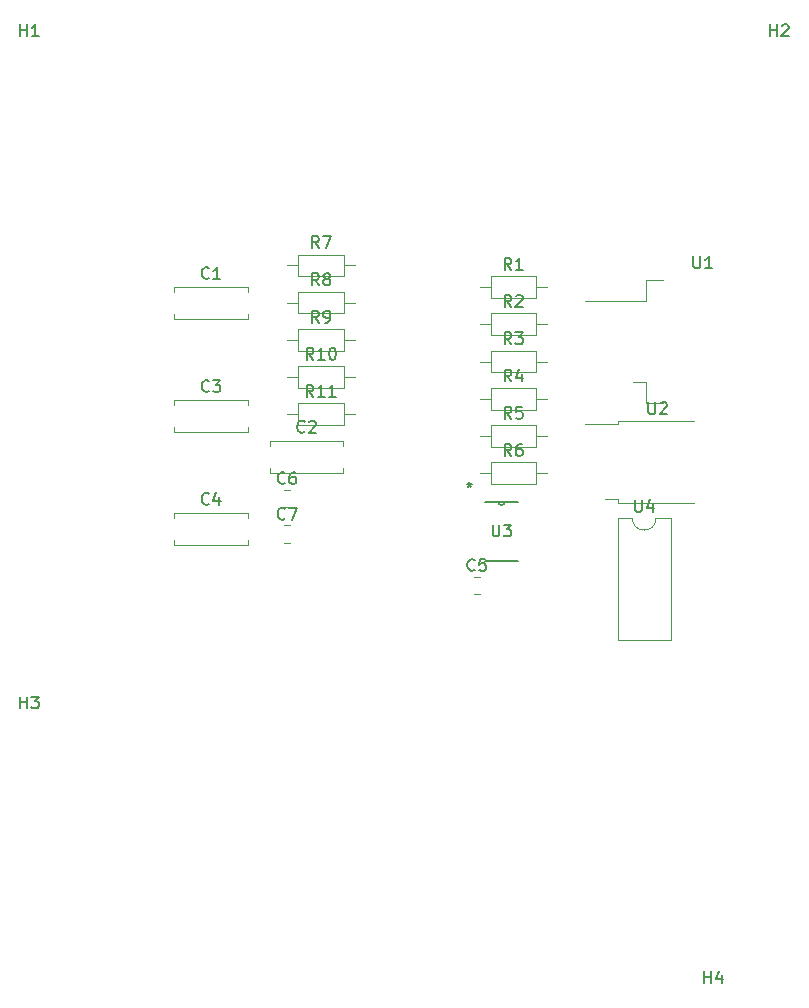
<source format=gbr>
%TF.GenerationSoftware,KiCad,Pcbnew,7.0.8*%
%TF.CreationDate,2023-11-23T11:48:21-03:00*%
%TF.ProjectId,design,64657369-676e-42e6-9b69-6361645f7063,rev?*%
%TF.SameCoordinates,Original*%
%TF.FileFunction,Legend,Top*%
%TF.FilePolarity,Positive*%
%FSLAX46Y46*%
G04 Gerber Fmt 4.6, Leading zero omitted, Abs format (unit mm)*
G04 Created by KiCad (PCBNEW 7.0.8) date 2023-11-23 11:48:21*
%MOMM*%
%LPD*%
G01*
G04 APERTURE LIST*
%ADD10C,0.150000*%
%ADD11C,0.152400*%
%ADD12C,0.120000*%
G04 APERTURE END LIST*
D10*
X148457695Y-98271919D02*
X148457695Y-99081442D01*
X148457695Y-99081442D02*
X148505314Y-99176680D01*
X148505314Y-99176680D02*
X148552933Y-99224300D01*
X148552933Y-99224300D02*
X148648171Y-99271919D01*
X148648171Y-99271919D02*
X148838647Y-99271919D01*
X148838647Y-99271919D02*
X148933885Y-99224300D01*
X148933885Y-99224300D02*
X148981504Y-99176680D01*
X148981504Y-99176680D02*
X149029123Y-99081442D01*
X149029123Y-99081442D02*
X149029123Y-98271919D01*
X149410076Y-98271919D02*
X150029123Y-98271919D01*
X150029123Y-98271919D02*
X149695790Y-98652871D01*
X149695790Y-98652871D02*
X149838647Y-98652871D01*
X149838647Y-98652871D02*
X149933885Y-98700490D01*
X149933885Y-98700490D02*
X149981504Y-98748109D01*
X149981504Y-98748109D02*
X150029123Y-98843347D01*
X150029123Y-98843347D02*
X150029123Y-99081442D01*
X150029123Y-99081442D02*
X149981504Y-99176680D01*
X149981504Y-99176680D02*
X149933885Y-99224300D01*
X149933885Y-99224300D02*
X149838647Y-99271919D01*
X149838647Y-99271919D02*
X149552933Y-99271919D01*
X149552933Y-99271919D02*
X149457695Y-99224300D01*
X149457695Y-99224300D02*
X149410076Y-99176680D01*
X146501800Y-94665119D02*
X146501800Y-94903214D01*
X146263705Y-94807976D02*
X146501800Y-94903214D01*
X146501800Y-94903214D02*
X146739895Y-94807976D01*
X146358943Y-95093690D02*
X146501800Y-94903214D01*
X146501800Y-94903214D02*
X146644657Y-95093690D01*
X146501800Y-94665119D02*
X146501800Y-94903214D01*
X146263705Y-94807976D02*
X146501800Y-94903214D01*
X146501800Y-94903214D02*
X146739895Y-94807976D01*
X146358943Y-95093690D02*
X146501800Y-94903214D01*
X146501800Y-94903214D02*
X146644657Y-95093690D01*
X124445833Y-96479580D02*
X124398214Y-96527200D01*
X124398214Y-96527200D02*
X124255357Y-96574819D01*
X124255357Y-96574819D02*
X124160119Y-96574819D01*
X124160119Y-96574819D02*
X124017262Y-96527200D01*
X124017262Y-96527200D02*
X123922024Y-96431961D01*
X123922024Y-96431961D02*
X123874405Y-96336723D01*
X123874405Y-96336723D02*
X123826786Y-96146247D01*
X123826786Y-96146247D02*
X123826786Y-96003390D01*
X123826786Y-96003390D02*
X123874405Y-95812914D01*
X123874405Y-95812914D02*
X123922024Y-95717676D01*
X123922024Y-95717676D02*
X124017262Y-95622438D01*
X124017262Y-95622438D02*
X124160119Y-95574819D01*
X124160119Y-95574819D02*
X124255357Y-95574819D01*
X124255357Y-95574819D02*
X124398214Y-95622438D01*
X124398214Y-95622438D02*
X124445833Y-95670057D01*
X125302976Y-95908152D02*
X125302976Y-96574819D01*
X125064881Y-95527200D02*
X124826786Y-96241485D01*
X124826786Y-96241485D02*
X125445833Y-96241485D01*
X124445833Y-86929580D02*
X124398214Y-86977200D01*
X124398214Y-86977200D02*
X124255357Y-87024819D01*
X124255357Y-87024819D02*
X124160119Y-87024819D01*
X124160119Y-87024819D02*
X124017262Y-86977200D01*
X124017262Y-86977200D02*
X123922024Y-86881961D01*
X123922024Y-86881961D02*
X123874405Y-86786723D01*
X123874405Y-86786723D02*
X123826786Y-86596247D01*
X123826786Y-86596247D02*
X123826786Y-86453390D01*
X123826786Y-86453390D02*
X123874405Y-86262914D01*
X123874405Y-86262914D02*
X123922024Y-86167676D01*
X123922024Y-86167676D02*
X124017262Y-86072438D01*
X124017262Y-86072438D02*
X124160119Y-86024819D01*
X124160119Y-86024819D02*
X124255357Y-86024819D01*
X124255357Y-86024819D02*
X124398214Y-86072438D01*
X124398214Y-86072438D02*
X124445833Y-86120057D01*
X124779167Y-86024819D02*
X125398214Y-86024819D01*
X125398214Y-86024819D02*
X125064881Y-86405771D01*
X125064881Y-86405771D02*
X125207738Y-86405771D01*
X125207738Y-86405771D02*
X125302976Y-86453390D01*
X125302976Y-86453390D02*
X125350595Y-86501009D01*
X125350595Y-86501009D02*
X125398214Y-86596247D01*
X125398214Y-86596247D02*
X125398214Y-86834342D01*
X125398214Y-86834342D02*
X125350595Y-86929580D01*
X125350595Y-86929580D02*
X125302976Y-86977200D01*
X125302976Y-86977200D02*
X125207738Y-87024819D01*
X125207738Y-87024819D02*
X124922024Y-87024819D01*
X124922024Y-87024819D02*
X124826786Y-86977200D01*
X124826786Y-86977200D02*
X124779167Y-86929580D01*
X124445833Y-77379580D02*
X124398214Y-77427200D01*
X124398214Y-77427200D02*
X124255357Y-77474819D01*
X124255357Y-77474819D02*
X124160119Y-77474819D01*
X124160119Y-77474819D02*
X124017262Y-77427200D01*
X124017262Y-77427200D02*
X123922024Y-77331961D01*
X123922024Y-77331961D02*
X123874405Y-77236723D01*
X123874405Y-77236723D02*
X123826786Y-77046247D01*
X123826786Y-77046247D02*
X123826786Y-76903390D01*
X123826786Y-76903390D02*
X123874405Y-76712914D01*
X123874405Y-76712914D02*
X123922024Y-76617676D01*
X123922024Y-76617676D02*
X124017262Y-76522438D01*
X124017262Y-76522438D02*
X124160119Y-76474819D01*
X124160119Y-76474819D02*
X124255357Y-76474819D01*
X124255357Y-76474819D02*
X124398214Y-76522438D01*
X124398214Y-76522438D02*
X124445833Y-76570057D01*
X125398214Y-77474819D02*
X124826786Y-77474819D01*
X125112500Y-77474819D02*
X125112500Y-76474819D01*
X125112500Y-76474819D02*
X125017262Y-76617676D01*
X125017262Y-76617676D02*
X124922024Y-76712914D01*
X124922024Y-76712914D02*
X124826786Y-76760533D01*
X133279642Y-87454819D02*
X132946309Y-86978628D01*
X132708214Y-87454819D02*
X132708214Y-86454819D01*
X132708214Y-86454819D02*
X133089166Y-86454819D01*
X133089166Y-86454819D02*
X133184404Y-86502438D01*
X133184404Y-86502438D02*
X133232023Y-86550057D01*
X133232023Y-86550057D02*
X133279642Y-86645295D01*
X133279642Y-86645295D02*
X133279642Y-86788152D01*
X133279642Y-86788152D02*
X133232023Y-86883390D01*
X133232023Y-86883390D02*
X133184404Y-86931009D01*
X133184404Y-86931009D02*
X133089166Y-86978628D01*
X133089166Y-86978628D02*
X132708214Y-86978628D01*
X134232023Y-87454819D02*
X133660595Y-87454819D01*
X133946309Y-87454819D02*
X133946309Y-86454819D01*
X133946309Y-86454819D02*
X133851071Y-86597676D01*
X133851071Y-86597676D02*
X133755833Y-86692914D01*
X133755833Y-86692914D02*
X133660595Y-86740533D01*
X135184404Y-87454819D02*
X134612976Y-87454819D01*
X134898690Y-87454819D02*
X134898690Y-86454819D01*
X134898690Y-86454819D02*
X134803452Y-86597676D01*
X134803452Y-86597676D02*
X134708214Y-86692914D01*
X134708214Y-86692914D02*
X134612976Y-86740533D01*
X133279642Y-84304819D02*
X132946309Y-83828628D01*
X132708214Y-84304819D02*
X132708214Y-83304819D01*
X132708214Y-83304819D02*
X133089166Y-83304819D01*
X133089166Y-83304819D02*
X133184404Y-83352438D01*
X133184404Y-83352438D02*
X133232023Y-83400057D01*
X133232023Y-83400057D02*
X133279642Y-83495295D01*
X133279642Y-83495295D02*
X133279642Y-83638152D01*
X133279642Y-83638152D02*
X133232023Y-83733390D01*
X133232023Y-83733390D02*
X133184404Y-83781009D01*
X133184404Y-83781009D02*
X133089166Y-83828628D01*
X133089166Y-83828628D02*
X132708214Y-83828628D01*
X134232023Y-84304819D02*
X133660595Y-84304819D01*
X133946309Y-84304819D02*
X133946309Y-83304819D01*
X133946309Y-83304819D02*
X133851071Y-83447676D01*
X133851071Y-83447676D02*
X133755833Y-83542914D01*
X133755833Y-83542914D02*
X133660595Y-83590533D01*
X134851071Y-83304819D02*
X134946309Y-83304819D01*
X134946309Y-83304819D02*
X135041547Y-83352438D01*
X135041547Y-83352438D02*
X135089166Y-83400057D01*
X135089166Y-83400057D02*
X135136785Y-83495295D01*
X135136785Y-83495295D02*
X135184404Y-83685771D01*
X135184404Y-83685771D02*
X135184404Y-83923866D01*
X135184404Y-83923866D02*
X135136785Y-84114342D01*
X135136785Y-84114342D02*
X135089166Y-84209580D01*
X135089166Y-84209580D02*
X135041547Y-84257200D01*
X135041547Y-84257200D02*
X134946309Y-84304819D01*
X134946309Y-84304819D02*
X134851071Y-84304819D01*
X134851071Y-84304819D02*
X134755833Y-84257200D01*
X134755833Y-84257200D02*
X134708214Y-84209580D01*
X134708214Y-84209580D02*
X134660595Y-84114342D01*
X134660595Y-84114342D02*
X134612976Y-83923866D01*
X134612976Y-83923866D02*
X134612976Y-83685771D01*
X134612976Y-83685771D02*
X134660595Y-83495295D01*
X134660595Y-83495295D02*
X134708214Y-83400057D01*
X134708214Y-83400057D02*
X134755833Y-83352438D01*
X134755833Y-83352438D02*
X134851071Y-83304819D01*
X133755833Y-81154819D02*
X133422500Y-80678628D01*
X133184405Y-81154819D02*
X133184405Y-80154819D01*
X133184405Y-80154819D02*
X133565357Y-80154819D01*
X133565357Y-80154819D02*
X133660595Y-80202438D01*
X133660595Y-80202438D02*
X133708214Y-80250057D01*
X133708214Y-80250057D02*
X133755833Y-80345295D01*
X133755833Y-80345295D02*
X133755833Y-80488152D01*
X133755833Y-80488152D02*
X133708214Y-80583390D01*
X133708214Y-80583390D02*
X133660595Y-80631009D01*
X133660595Y-80631009D02*
X133565357Y-80678628D01*
X133565357Y-80678628D02*
X133184405Y-80678628D01*
X134232024Y-81154819D02*
X134422500Y-81154819D01*
X134422500Y-81154819D02*
X134517738Y-81107200D01*
X134517738Y-81107200D02*
X134565357Y-81059580D01*
X134565357Y-81059580D02*
X134660595Y-80916723D01*
X134660595Y-80916723D02*
X134708214Y-80726247D01*
X134708214Y-80726247D02*
X134708214Y-80345295D01*
X134708214Y-80345295D02*
X134660595Y-80250057D01*
X134660595Y-80250057D02*
X134612976Y-80202438D01*
X134612976Y-80202438D02*
X134517738Y-80154819D01*
X134517738Y-80154819D02*
X134327262Y-80154819D01*
X134327262Y-80154819D02*
X134232024Y-80202438D01*
X134232024Y-80202438D02*
X134184405Y-80250057D01*
X134184405Y-80250057D02*
X134136786Y-80345295D01*
X134136786Y-80345295D02*
X134136786Y-80583390D01*
X134136786Y-80583390D02*
X134184405Y-80678628D01*
X134184405Y-80678628D02*
X134232024Y-80726247D01*
X134232024Y-80726247D02*
X134327262Y-80773866D01*
X134327262Y-80773866D02*
X134517738Y-80773866D01*
X134517738Y-80773866D02*
X134612976Y-80726247D01*
X134612976Y-80726247D02*
X134660595Y-80678628D01*
X134660595Y-80678628D02*
X134708214Y-80583390D01*
X133755833Y-78004819D02*
X133422500Y-77528628D01*
X133184405Y-78004819D02*
X133184405Y-77004819D01*
X133184405Y-77004819D02*
X133565357Y-77004819D01*
X133565357Y-77004819D02*
X133660595Y-77052438D01*
X133660595Y-77052438D02*
X133708214Y-77100057D01*
X133708214Y-77100057D02*
X133755833Y-77195295D01*
X133755833Y-77195295D02*
X133755833Y-77338152D01*
X133755833Y-77338152D02*
X133708214Y-77433390D01*
X133708214Y-77433390D02*
X133660595Y-77481009D01*
X133660595Y-77481009D02*
X133565357Y-77528628D01*
X133565357Y-77528628D02*
X133184405Y-77528628D01*
X134327262Y-77433390D02*
X134232024Y-77385771D01*
X134232024Y-77385771D02*
X134184405Y-77338152D01*
X134184405Y-77338152D02*
X134136786Y-77242914D01*
X134136786Y-77242914D02*
X134136786Y-77195295D01*
X134136786Y-77195295D02*
X134184405Y-77100057D01*
X134184405Y-77100057D02*
X134232024Y-77052438D01*
X134232024Y-77052438D02*
X134327262Y-77004819D01*
X134327262Y-77004819D02*
X134517738Y-77004819D01*
X134517738Y-77004819D02*
X134612976Y-77052438D01*
X134612976Y-77052438D02*
X134660595Y-77100057D01*
X134660595Y-77100057D02*
X134708214Y-77195295D01*
X134708214Y-77195295D02*
X134708214Y-77242914D01*
X134708214Y-77242914D02*
X134660595Y-77338152D01*
X134660595Y-77338152D02*
X134612976Y-77385771D01*
X134612976Y-77385771D02*
X134517738Y-77433390D01*
X134517738Y-77433390D02*
X134327262Y-77433390D01*
X134327262Y-77433390D02*
X134232024Y-77481009D01*
X134232024Y-77481009D02*
X134184405Y-77528628D01*
X134184405Y-77528628D02*
X134136786Y-77623866D01*
X134136786Y-77623866D02*
X134136786Y-77814342D01*
X134136786Y-77814342D02*
X134184405Y-77909580D01*
X134184405Y-77909580D02*
X134232024Y-77957200D01*
X134232024Y-77957200D02*
X134327262Y-78004819D01*
X134327262Y-78004819D02*
X134517738Y-78004819D01*
X134517738Y-78004819D02*
X134612976Y-77957200D01*
X134612976Y-77957200D02*
X134660595Y-77909580D01*
X134660595Y-77909580D02*
X134708214Y-77814342D01*
X134708214Y-77814342D02*
X134708214Y-77623866D01*
X134708214Y-77623866D02*
X134660595Y-77528628D01*
X134660595Y-77528628D02*
X134612976Y-77481009D01*
X134612976Y-77481009D02*
X134517738Y-77433390D01*
X133755833Y-74854819D02*
X133422500Y-74378628D01*
X133184405Y-74854819D02*
X133184405Y-73854819D01*
X133184405Y-73854819D02*
X133565357Y-73854819D01*
X133565357Y-73854819D02*
X133660595Y-73902438D01*
X133660595Y-73902438D02*
X133708214Y-73950057D01*
X133708214Y-73950057D02*
X133755833Y-74045295D01*
X133755833Y-74045295D02*
X133755833Y-74188152D01*
X133755833Y-74188152D02*
X133708214Y-74283390D01*
X133708214Y-74283390D02*
X133660595Y-74331009D01*
X133660595Y-74331009D02*
X133565357Y-74378628D01*
X133565357Y-74378628D02*
X133184405Y-74378628D01*
X134089167Y-73854819D02*
X134755833Y-73854819D01*
X134755833Y-73854819D02*
X134327262Y-74854819D01*
X166365595Y-137084819D02*
X166365595Y-136084819D01*
X166365595Y-136561009D02*
X166937023Y-136561009D01*
X166937023Y-137084819D02*
X166937023Y-136084819D01*
X167841785Y-136418152D02*
X167841785Y-137084819D01*
X167603690Y-136037200D02*
X167365595Y-136751485D01*
X167365595Y-136751485D02*
X167984642Y-136751485D01*
X108458095Y-113824819D02*
X108458095Y-112824819D01*
X108458095Y-113301009D02*
X109029523Y-113301009D01*
X109029523Y-113824819D02*
X109029523Y-112824819D01*
X109410476Y-112824819D02*
X110029523Y-112824819D01*
X110029523Y-112824819D02*
X109696190Y-113205771D01*
X109696190Y-113205771D02*
X109839047Y-113205771D01*
X109839047Y-113205771D02*
X109934285Y-113253390D01*
X109934285Y-113253390D02*
X109981904Y-113301009D01*
X109981904Y-113301009D02*
X110029523Y-113396247D01*
X110029523Y-113396247D02*
X110029523Y-113634342D01*
X110029523Y-113634342D02*
X109981904Y-113729580D01*
X109981904Y-113729580D02*
X109934285Y-113777200D01*
X109934285Y-113777200D02*
X109839047Y-113824819D01*
X109839047Y-113824819D02*
X109553333Y-113824819D01*
X109553333Y-113824819D02*
X109458095Y-113777200D01*
X109458095Y-113777200D02*
X109410476Y-113729580D01*
X171958095Y-56914819D02*
X171958095Y-55914819D01*
X171958095Y-56391009D02*
X172529523Y-56391009D01*
X172529523Y-56914819D02*
X172529523Y-55914819D01*
X172958095Y-56010057D02*
X173005714Y-55962438D01*
X173005714Y-55962438D02*
X173100952Y-55914819D01*
X173100952Y-55914819D02*
X173339047Y-55914819D01*
X173339047Y-55914819D02*
X173434285Y-55962438D01*
X173434285Y-55962438D02*
X173481904Y-56010057D01*
X173481904Y-56010057D02*
X173529523Y-56105295D01*
X173529523Y-56105295D02*
X173529523Y-56200533D01*
X173529523Y-56200533D02*
X173481904Y-56343390D01*
X173481904Y-56343390D02*
X172910476Y-56914819D01*
X172910476Y-56914819D02*
X173529523Y-56914819D01*
X108458095Y-56914819D02*
X108458095Y-55914819D01*
X108458095Y-56391009D02*
X109029523Y-56391009D01*
X109029523Y-56914819D02*
X109029523Y-55914819D01*
X110029523Y-56914819D02*
X109458095Y-56914819D01*
X109743809Y-56914819D02*
X109743809Y-55914819D01*
X109743809Y-55914819D02*
X109648571Y-56057676D01*
X109648571Y-56057676D02*
X109553333Y-56152914D01*
X109553333Y-56152914D02*
X109458095Y-56200533D01*
X130875833Y-97739580D02*
X130828214Y-97787200D01*
X130828214Y-97787200D02*
X130685357Y-97834819D01*
X130685357Y-97834819D02*
X130590119Y-97834819D01*
X130590119Y-97834819D02*
X130447262Y-97787200D01*
X130447262Y-97787200D02*
X130352024Y-97691961D01*
X130352024Y-97691961D02*
X130304405Y-97596723D01*
X130304405Y-97596723D02*
X130256786Y-97406247D01*
X130256786Y-97406247D02*
X130256786Y-97263390D01*
X130256786Y-97263390D02*
X130304405Y-97072914D01*
X130304405Y-97072914D02*
X130352024Y-96977676D01*
X130352024Y-96977676D02*
X130447262Y-96882438D01*
X130447262Y-96882438D02*
X130590119Y-96834819D01*
X130590119Y-96834819D02*
X130685357Y-96834819D01*
X130685357Y-96834819D02*
X130828214Y-96882438D01*
X130828214Y-96882438D02*
X130875833Y-96930057D01*
X131209167Y-96834819D02*
X131875833Y-96834819D01*
X131875833Y-96834819D02*
X131447262Y-97834819D01*
X130875833Y-94729580D02*
X130828214Y-94777200D01*
X130828214Y-94777200D02*
X130685357Y-94824819D01*
X130685357Y-94824819D02*
X130590119Y-94824819D01*
X130590119Y-94824819D02*
X130447262Y-94777200D01*
X130447262Y-94777200D02*
X130352024Y-94681961D01*
X130352024Y-94681961D02*
X130304405Y-94586723D01*
X130304405Y-94586723D02*
X130256786Y-94396247D01*
X130256786Y-94396247D02*
X130256786Y-94253390D01*
X130256786Y-94253390D02*
X130304405Y-94062914D01*
X130304405Y-94062914D02*
X130352024Y-93967676D01*
X130352024Y-93967676D02*
X130447262Y-93872438D01*
X130447262Y-93872438D02*
X130590119Y-93824819D01*
X130590119Y-93824819D02*
X130685357Y-93824819D01*
X130685357Y-93824819D02*
X130828214Y-93872438D01*
X130828214Y-93872438D02*
X130875833Y-93920057D01*
X131732976Y-93824819D02*
X131542500Y-93824819D01*
X131542500Y-93824819D02*
X131447262Y-93872438D01*
X131447262Y-93872438D02*
X131399643Y-93920057D01*
X131399643Y-93920057D02*
X131304405Y-94062914D01*
X131304405Y-94062914D02*
X131256786Y-94253390D01*
X131256786Y-94253390D02*
X131256786Y-94634342D01*
X131256786Y-94634342D02*
X131304405Y-94729580D01*
X131304405Y-94729580D02*
X131352024Y-94777200D01*
X131352024Y-94777200D02*
X131447262Y-94824819D01*
X131447262Y-94824819D02*
X131637738Y-94824819D01*
X131637738Y-94824819D02*
X131732976Y-94777200D01*
X131732976Y-94777200D02*
X131780595Y-94729580D01*
X131780595Y-94729580D02*
X131828214Y-94634342D01*
X131828214Y-94634342D02*
X131828214Y-94396247D01*
X131828214Y-94396247D02*
X131780595Y-94301009D01*
X131780595Y-94301009D02*
X131732976Y-94253390D01*
X131732976Y-94253390D02*
X131637738Y-94205771D01*
X131637738Y-94205771D02*
X131447262Y-94205771D01*
X131447262Y-94205771D02*
X131352024Y-94253390D01*
X131352024Y-94253390D02*
X131304405Y-94301009D01*
X131304405Y-94301009D02*
X131256786Y-94396247D01*
X146943333Y-102079580D02*
X146895714Y-102127200D01*
X146895714Y-102127200D02*
X146752857Y-102174819D01*
X146752857Y-102174819D02*
X146657619Y-102174819D01*
X146657619Y-102174819D02*
X146514762Y-102127200D01*
X146514762Y-102127200D02*
X146419524Y-102031961D01*
X146419524Y-102031961D02*
X146371905Y-101936723D01*
X146371905Y-101936723D02*
X146324286Y-101746247D01*
X146324286Y-101746247D02*
X146324286Y-101603390D01*
X146324286Y-101603390D02*
X146371905Y-101412914D01*
X146371905Y-101412914D02*
X146419524Y-101317676D01*
X146419524Y-101317676D02*
X146514762Y-101222438D01*
X146514762Y-101222438D02*
X146657619Y-101174819D01*
X146657619Y-101174819D02*
X146752857Y-101174819D01*
X146752857Y-101174819D02*
X146895714Y-101222438D01*
X146895714Y-101222438D02*
X146943333Y-101270057D01*
X147848095Y-101174819D02*
X147371905Y-101174819D01*
X147371905Y-101174819D02*
X147324286Y-101651009D01*
X147324286Y-101651009D02*
X147371905Y-101603390D01*
X147371905Y-101603390D02*
X147467143Y-101555771D01*
X147467143Y-101555771D02*
X147705238Y-101555771D01*
X147705238Y-101555771D02*
X147800476Y-101603390D01*
X147800476Y-101603390D02*
X147848095Y-101651009D01*
X147848095Y-101651009D02*
X147895714Y-101746247D01*
X147895714Y-101746247D02*
X147895714Y-101984342D01*
X147895714Y-101984342D02*
X147848095Y-102079580D01*
X147848095Y-102079580D02*
X147800476Y-102127200D01*
X147800476Y-102127200D02*
X147705238Y-102174819D01*
X147705238Y-102174819D02*
X147467143Y-102174819D01*
X147467143Y-102174819D02*
X147371905Y-102127200D01*
X147371905Y-102127200D02*
X147324286Y-102079580D01*
X132545833Y-90379580D02*
X132498214Y-90427200D01*
X132498214Y-90427200D02*
X132355357Y-90474819D01*
X132355357Y-90474819D02*
X132260119Y-90474819D01*
X132260119Y-90474819D02*
X132117262Y-90427200D01*
X132117262Y-90427200D02*
X132022024Y-90331961D01*
X132022024Y-90331961D02*
X131974405Y-90236723D01*
X131974405Y-90236723D02*
X131926786Y-90046247D01*
X131926786Y-90046247D02*
X131926786Y-89903390D01*
X131926786Y-89903390D02*
X131974405Y-89712914D01*
X131974405Y-89712914D02*
X132022024Y-89617676D01*
X132022024Y-89617676D02*
X132117262Y-89522438D01*
X132117262Y-89522438D02*
X132260119Y-89474819D01*
X132260119Y-89474819D02*
X132355357Y-89474819D01*
X132355357Y-89474819D02*
X132498214Y-89522438D01*
X132498214Y-89522438D02*
X132545833Y-89570057D01*
X132926786Y-89570057D02*
X132974405Y-89522438D01*
X132974405Y-89522438D02*
X133069643Y-89474819D01*
X133069643Y-89474819D02*
X133307738Y-89474819D01*
X133307738Y-89474819D02*
X133402976Y-89522438D01*
X133402976Y-89522438D02*
X133450595Y-89570057D01*
X133450595Y-89570057D02*
X133498214Y-89665295D01*
X133498214Y-89665295D02*
X133498214Y-89760533D01*
X133498214Y-89760533D02*
X133450595Y-89903390D01*
X133450595Y-89903390D02*
X132879167Y-90474819D01*
X132879167Y-90474819D02*
X133498214Y-90474819D01*
X160528095Y-96184819D02*
X160528095Y-96994342D01*
X160528095Y-96994342D02*
X160575714Y-97089580D01*
X160575714Y-97089580D02*
X160623333Y-97137200D01*
X160623333Y-97137200D02*
X160718571Y-97184819D01*
X160718571Y-97184819D02*
X160909047Y-97184819D01*
X160909047Y-97184819D02*
X161004285Y-97137200D01*
X161004285Y-97137200D02*
X161051904Y-97089580D01*
X161051904Y-97089580D02*
X161099523Y-96994342D01*
X161099523Y-96994342D02*
X161099523Y-96184819D01*
X162004285Y-96518152D02*
X162004285Y-97184819D01*
X161766190Y-96137200D02*
X161528095Y-96851485D01*
X161528095Y-96851485D02*
X162147142Y-96851485D01*
X161658095Y-87914819D02*
X161658095Y-88724342D01*
X161658095Y-88724342D02*
X161705714Y-88819580D01*
X161705714Y-88819580D02*
X161753333Y-88867200D01*
X161753333Y-88867200D02*
X161848571Y-88914819D01*
X161848571Y-88914819D02*
X162039047Y-88914819D01*
X162039047Y-88914819D02*
X162134285Y-88867200D01*
X162134285Y-88867200D02*
X162181904Y-88819580D01*
X162181904Y-88819580D02*
X162229523Y-88724342D01*
X162229523Y-88724342D02*
X162229523Y-87914819D01*
X162658095Y-88010057D02*
X162705714Y-87962438D01*
X162705714Y-87962438D02*
X162800952Y-87914819D01*
X162800952Y-87914819D02*
X163039047Y-87914819D01*
X163039047Y-87914819D02*
X163134285Y-87962438D01*
X163134285Y-87962438D02*
X163181904Y-88010057D01*
X163181904Y-88010057D02*
X163229523Y-88105295D01*
X163229523Y-88105295D02*
X163229523Y-88200533D01*
X163229523Y-88200533D02*
X163181904Y-88343390D01*
X163181904Y-88343390D02*
X162610476Y-88914819D01*
X162610476Y-88914819D02*
X163229523Y-88914819D01*
X165468095Y-75564819D02*
X165468095Y-76374342D01*
X165468095Y-76374342D02*
X165515714Y-76469580D01*
X165515714Y-76469580D02*
X165563333Y-76517200D01*
X165563333Y-76517200D02*
X165658571Y-76564819D01*
X165658571Y-76564819D02*
X165849047Y-76564819D01*
X165849047Y-76564819D02*
X165944285Y-76517200D01*
X165944285Y-76517200D02*
X165991904Y-76469580D01*
X165991904Y-76469580D02*
X166039523Y-76374342D01*
X166039523Y-76374342D02*
X166039523Y-75564819D01*
X167039523Y-76564819D02*
X166468095Y-76564819D01*
X166753809Y-76564819D02*
X166753809Y-75564819D01*
X166753809Y-75564819D02*
X166658571Y-75707676D01*
X166658571Y-75707676D02*
X166563333Y-75802914D01*
X166563333Y-75802914D02*
X166468095Y-75850533D01*
X150053333Y-92444819D02*
X149720000Y-91968628D01*
X149481905Y-92444819D02*
X149481905Y-91444819D01*
X149481905Y-91444819D02*
X149862857Y-91444819D01*
X149862857Y-91444819D02*
X149958095Y-91492438D01*
X149958095Y-91492438D02*
X150005714Y-91540057D01*
X150005714Y-91540057D02*
X150053333Y-91635295D01*
X150053333Y-91635295D02*
X150053333Y-91778152D01*
X150053333Y-91778152D02*
X150005714Y-91873390D01*
X150005714Y-91873390D02*
X149958095Y-91921009D01*
X149958095Y-91921009D02*
X149862857Y-91968628D01*
X149862857Y-91968628D02*
X149481905Y-91968628D01*
X150910476Y-91444819D02*
X150720000Y-91444819D01*
X150720000Y-91444819D02*
X150624762Y-91492438D01*
X150624762Y-91492438D02*
X150577143Y-91540057D01*
X150577143Y-91540057D02*
X150481905Y-91682914D01*
X150481905Y-91682914D02*
X150434286Y-91873390D01*
X150434286Y-91873390D02*
X150434286Y-92254342D01*
X150434286Y-92254342D02*
X150481905Y-92349580D01*
X150481905Y-92349580D02*
X150529524Y-92397200D01*
X150529524Y-92397200D02*
X150624762Y-92444819D01*
X150624762Y-92444819D02*
X150815238Y-92444819D01*
X150815238Y-92444819D02*
X150910476Y-92397200D01*
X150910476Y-92397200D02*
X150958095Y-92349580D01*
X150958095Y-92349580D02*
X151005714Y-92254342D01*
X151005714Y-92254342D02*
X151005714Y-92016247D01*
X151005714Y-92016247D02*
X150958095Y-91921009D01*
X150958095Y-91921009D02*
X150910476Y-91873390D01*
X150910476Y-91873390D02*
X150815238Y-91825771D01*
X150815238Y-91825771D02*
X150624762Y-91825771D01*
X150624762Y-91825771D02*
X150529524Y-91873390D01*
X150529524Y-91873390D02*
X150481905Y-91921009D01*
X150481905Y-91921009D02*
X150434286Y-92016247D01*
X150053333Y-89294819D02*
X149720000Y-88818628D01*
X149481905Y-89294819D02*
X149481905Y-88294819D01*
X149481905Y-88294819D02*
X149862857Y-88294819D01*
X149862857Y-88294819D02*
X149958095Y-88342438D01*
X149958095Y-88342438D02*
X150005714Y-88390057D01*
X150005714Y-88390057D02*
X150053333Y-88485295D01*
X150053333Y-88485295D02*
X150053333Y-88628152D01*
X150053333Y-88628152D02*
X150005714Y-88723390D01*
X150005714Y-88723390D02*
X149958095Y-88771009D01*
X149958095Y-88771009D02*
X149862857Y-88818628D01*
X149862857Y-88818628D02*
X149481905Y-88818628D01*
X150958095Y-88294819D02*
X150481905Y-88294819D01*
X150481905Y-88294819D02*
X150434286Y-88771009D01*
X150434286Y-88771009D02*
X150481905Y-88723390D01*
X150481905Y-88723390D02*
X150577143Y-88675771D01*
X150577143Y-88675771D02*
X150815238Y-88675771D01*
X150815238Y-88675771D02*
X150910476Y-88723390D01*
X150910476Y-88723390D02*
X150958095Y-88771009D01*
X150958095Y-88771009D02*
X151005714Y-88866247D01*
X151005714Y-88866247D02*
X151005714Y-89104342D01*
X151005714Y-89104342D02*
X150958095Y-89199580D01*
X150958095Y-89199580D02*
X150910476Y-89247200D01*
X150910476Y-89247200D02*
X150815238Y-89294819D01*
X150815238Y-89294819D02*
X150577143Y-89294819D01*
X150577143Y-89294819D02*
X150481905Y-89247200D01*
X150481905Y-89247200D02*
X150434286Y-89199580D01*
X150053333Y-86144819D02*
X149720000Y-85668628D01*
X149481905Y-86144819D02*
X149481905Y-85144819D01*
X149481905Y-85144819D02*
X149862857Y-85144819D01*
X149862857Y-85144819D02*
X149958095Y-85192438D01*
X149958095Y-85192438D02*
X150005714Y-85240057D01*
X150005714Y-85240057D02*
X150053333Y-85335295D01*
X150053333Y-85335295D02*
X150053333Y-85478152D01*
X150053333Y-85478152D02*
X150005714Y-85573390D01*
X150005714Y-85573390D02*
X149958095Y-85621009D01*
X149958095Y-85621009D02*
X149862857Y-85668628D01*
X149862857Y-85668628D02*
X149481905Y-85668628D01*
X150910476Y-85478152D02*
X150910476Y-86144819D01*
X150672381Y-85097200D02*
X150434286Y-85811485D01*
X150434286Y-85811485D02*
X151053333Y-85811485D01*
X150053333Y-82994819D02*
X149720000Y-82518628D01*
X149481905Y-82994819D02*
X149481905Y-81994819D01*
X149481905Y-81994819D02*
X149862857Y-81994819D01*
X149862857Y-81994819D02*
X149958095Y-82042438D01*
X149958095Y-82042438D02*
X150005714Y-82090057D01*
X150005714Y-82090057D02*
X150053333Y-82185295D01*
X150053333Y-82185295D02*
X150053333Y-82328152D01*
X150053333Y-82328152D02*
X150005714Y-82423390D01*
X150005714Y-82423390D02*
X149958095Y-82471009D01*
X149958095Y-82471009D02*
X149862857Y-82518628D01*
X149862857Y-82518628D02*
X149481905Y-82518628D01*
X150386667Y-81994819D02*
X151005714Y-81994819D01*
X151005714Y-81994819D02*
X150672381Y-82375771D01*
X150672381Y-82375771D02*
X150815238Y-82375771D01*
X150815238Y-82375771D02*
X150910476Y-82423390D01*
X150910476Y-82423390D02*
X150958095Y-82471009D01*
X150958095Y-82471009D02*
X151005714Y-82566247D01*
X151005714Y-82566247D02*
X151005714Y-82804342D01*
X151005714Y-82804342D02*
X150958095Y-82899580D01*
X150958095Y-82899580D02*
X150910476Y-82947200D01*
X150910476Y-82947200D02*
X150815238Y-82994819D01*
X150815238Y-82994819D02*
X150529524Y-82994819D01*
X150529524Y-82994819D02*
X150434286Y-82947200D01*
X150434286Y-82947200D02*
X150386667Y-82899580D01*
X150053333Y-79844819D02*
X149720000Y-79368628D01*
X149481905Y-79844819D02*
X149481905Y-78844819D01*
X149481905Y-78844819D02*
X149862857Y-78844819D01*
X149862857Y-78844819D02*
X149958095Y-78892438D01*
X149958095Y-78892438D02*
X150005714Y-78940057D01*
X150005714Y-78940057D02*
X150053333Y-79035295D01*
X150053333Y-79035295D02*
X150053333Y-79178152D01*
X150053333Y-79178152D02*
X150005714Y-79273390D01*
X150005714Y-79273390D02*
X149958095Y-79321009D01*
X149958095Y-79321009D02*
X149862857Y-79368628D01*
X149862857Y-79368628D02*
X149481905Y-79368628D01*
X150434286Y-78940057D02*
X150481905Y-78892438D01*
X150481905Y-78892438D02*
X150577143Y-78844819D01*
X150577143Y-78844819D02*
X150815238Y-78844819D01*
X150815238Y-78844819D02*
X150910476Y-78892438D01*
X150910476Y-78892438D02*
X150958095Y-78940057D01*
X150958095Y-78940057D02*
X151005714Y-79035295D01*
X151005714Y-79035295D02*
X151005714Y-79130533D01*
X151005714Y-79130533D02*
X150958095Y-79273390D01*
X150958095Y-79273390D02*
X150386667Y-79844819D01*
X150386667Y-79844819D02*
X151005714Y-79844819D01*
X150053333Y-76694819D02*
X149720000Y-76218628D01*
X149481905Y-76694819D02*
X149481905Y-75694819D01*
X149481905Y-75694819D02*
X149862857Y-75694819D01*
X149862857Y-75694819D02*
X149958095Y-75742438D01*
X149958095Y-75742438D02*
X150005714Y-75790057D01*
X150005714Y-75790057D02*
X150053333Y-75885295D01*
X150053333Y-75885295D02*
X150053333Y-76028152D01*
X150053333Y-76028152D02*
X150005714Y-76123390D01*
X150005714Y-76123390D02*
X149958095Y-76171009D01*
X149958095Y-76171009D02*
X149862857Y-76218628D01*
X149862857Y-76218628D02*
X149481905Y-76218628D01*
X151005714Y-76694819D02*
X150434286Y-76694819D01*
X150720000Y-76694819D02*
X150720000Y-75694819D01*
X150720000Y-75694819D02*
X150624762Y-75837676D01*
X150624762Y-75837676D02*
X150529524Y-75932914D01*
X150529524Y-75932914D02*
X150434286Y-75980533D01*
D11*
%TO.C,U3*%
X147845947Y-101319000D02*
X150593253Y-101319000D01*
X150593253Y-96315200D02*
X147845947Y-96315200D01*
X148914800Y-96315200D02*
G75*
G03*
X149524400Y-96315200I304800J0D01*
G01*
D12*
%TO.C,C4*%
X121492500Y-99545000D02*
X121492500Y-99990000D01*
X127732500Y-99545000D02*
X127732500Y-99990000D01*
X127732500Y-97250000D02*
X127732500Y-97695000D01*
X121492500Y-97250000D02*
X127732500Y-97250000D01*
X121492500Y-97250000D02*
X121492500Y-97695000D01*
X121492500Y-99990000D02*
X127732500Y-99990000D01*
%TO.C,C3*%
X121492500Y-89995000D02*
X121492500Y-90440000D01*
X127732500Y-89995000D02*
X127732500Y-90440000D01*
X127732500Y-87700000D02*
X127732500Y-88145000D01*
X121492500Y-87700000D02*
X127732500Y-87700000D01*
X121492500Y-87700000D02*
X121492500Y-88145000D01*
X121492500Y-90440000D02*
X127732500Y-90440000D01*
%TO.C,C1*%
X121492500Y-80445000D02*
X121492500Y-80890000D01*
X127732500Y-80445000D02*
X127732500Y-80890000D01*
X127732500Y-78150000D02*
X127732500Y-78595000D01*
X121492500Y-78150000D02*
X127732500Y-78150000D01*
X121492500Y-78150000D02*
X121492500Y-78595000D01*
X121492500Y-80890000D02*
X127732500Y-80890000D01*
%TO.C,R11*%
X135842500Y-89840000D02*
X135842500Y-88000000D01*
X135842500Y-88000000D02*
X132002500Y-88000000D01*
X132002500Y-89840000D02*
X135842500Y-89840000D01*
X136792500Y-88920000D02*
X135842500Y-88920000D01*
X132002500Y-88000000D02*
X132002500Y-89840000D01*
X131052500Y-88920000D02*
X132002500Y-88920000D01*
%TO.C,R10*%
X135842500Y-86690000D02*
X135842500Y-84850000D01*
X135842500Y-84850000D02*
X132002500Y-84850000D01*
X132002500Y-86690000D02*
X135842500Y-86690000D01*
X136792500Y-85770000D02*
X135842500Y-85770000D01*
X132002500Y-84850000D02*
X132002500Y-86690000D01*
X131052500Y-85770000D02*
X132002500Y-85770000D01*
%TO.C,R9*%
X135842500Y-83540000D02*
X135842500Y-81700000D01*
X135842500Y-81700000D02*
X132002500Y-81700000D01*
X132002500Y-83540000D02*
X135842500Y-83540000D01*
X136792500Y-82620000D02*
X135842500Y-82620000D01*
X132002500Y-81700000D02*
X132002500Y-83540000D01*
X131052500Y-82620000D02*
X132002500Y-82620000D01*
%TO.C,R8*%
X135842500Y-80390000D02*
X135842500Y-78550000D01*
X135842500Y-78550000D02*
X132002500Y-78550000D01*
X132002500Y-80390000D02*
X135842500Y-80390000D01*
X136792500Y-79470000D02*
X135842500Y-79470000D01*
X132002500Y-78550000D02*
X132002500Y-80390000D01*
X131052500Y-79470000D02*
X132002500Y-79470000D01*
%TO.C,R7*%
X135842500Y-77240000D02*
X135842500Y-75400000D01*
X135842500Y-75400000D02*
X132002500Y-75400000D01*
X132002500Y-77240000D02*
X135842500Y-77240000D01*
X136792500Y-76320000D02*
X135842500Y-76320000D01*
X132002500Y-75400000D02*
X132002500Y-77240000D01*
X131052500Y-76320000D02*
X132002500Y-76320000D01*
%TO.C,C7*%
X130781248Y-98325000D02*
X131303752Y-98325000D01*
X130781248Y-99795000D02*
X131303752Y-99795000D01*
%TO.C,C6*%
X130781248Y-95315000D02*
X131303752Y-95315000D01*
X130781248Y-96785000D02*
X131303752Y-96785000D01*
%TO.C,C5*%
X146848748Y-102665000D02*
X147371252Y-102665000D01*
X146848748Y-104135000D02*
X147371252Y-104135000D01*
%TO.C,C2*%
X129592500Y-93445000D02*
X129592500Y-93890000D01*
X135832500Y-93445000D02*
X135832500Y-93890000D01*
X135832500Y-91150000D02*
X135832500Y-91595000D01*
X129592500Y-91150000D02*
X135832500Y-91150000D01*
X129592500Y-91150000D02*
X129592500Y-91595000D01*
X129592500Y-93890000D02*
X135832500Y-93890000D01*
%TO.C,U4*%
X159040000Y-97730000D02*
X159040000Y-108010000D01*
X163540000Y-97730000D02*
X162290000Y-97730000D01*
X159040000Y-108010000D02*
X163540000Y-108010000D01*
X163540000Y-108010000D02*
X163540000Y-97730000D01*
X160290000Y-97730000D02*
X159040000Y-97730000D01*
X160290000Y-97730000D02*
G75*
G03*
X162290000Y-97730000I1000000J0D01*
G01*
%TO.C,U2*%
X165530000Y-89510000D02*
X159110000Y-89510000D01*
X159110000Y-89510000D02*
X159110000Y-89780000D01*
X159110000Y-89780000D02*
X156280000Y-89780000D01*
X165530000Y-96410000D02*
X159110000Y-96410000D01*
X159110000Y-96410000D02*
X159110000Y-96140000D01*
X159110000Y-96140000D02*
X158010000Y-96140000D01*
%TO.C,U1*%
X162905000Y-77560000D02*
X161405000Y-77560000D01*
X161405000Y-77560000D02*
X161405000Y-79370000D01*
X161405000Y-79370000D02*
X156280000Y-79370000D01*
X162905000Y-87960000D02*
X161405000Y-87960000D01*
X161405000Y-87960000D02*
X161405000Y-86150000D01*
X161405000Y-86150000D02*
X160305000Y-86150000D01*
%TO.C,R6*%
X152140000Y-94830000D02*
X152140000Y-92990000D01*
X152140000Y-92990000D02*
X148300000Y-92990000D01*
X148300000Y-94830000D02*
X152140000Y-94830000D01*
X153090000Y-93910000D02*
X152140000Y-93910000D01*
X148300000Y-92990000D02*
X148300000Y-94830000D01*
X147350000Y-93910000D02*
X148300000Y-93910000D01*
%TO.C,R5*%
X152140000Y-91680000D02*
X152140000Y-89840000D01*
X152140000Y-89840000D02*
X148300000Y-89840000D01*
X148300000Y-91680000D02*
X152140000Y-91680000D01*
X153090000Y-90760000D02*
X152140000Y-90760000D01*
X148300000Y-89840000D02*
X148300000Y-91680000D01*
X147350000Y-90760000D02*
X148300000Y-90760000D01*
%TO.C,R4*%
X152140000Y-88530000D02*
X152140000Y-86690000D01*
X152140000Y-86690000D02*
X148300000Y-86690000D01*
X148300000Y-88530000D02*
X152140000Y-88530000D01*
X153090000Y-87610000D02*
X152140000Y-87610000D01*
X148300000Y-86690000D02*
X148300000Y-88530000D01*
X147350000Y-87610000D02*
X148300000Y-87610000D01*
%TO.C,R3*%
X152140000Y-85380000D02*
X152140000Y-83540000D01*
X152140000Y-83540000D02*
X148300000Y-83540000D01*
X148300000Y-85380000D02*
X152140000Y-85380000D01*
X153090000Y-84460000D02*
X152140000Y-84460000D01*
X148300000Y-83540000D02*
X148300000Y-85380000D01*
X147350000Y-84460000D02*
X148300000Y-84460000D01*
%TO.C,R2*%
X152140000Y-82230000D02*
X152140000Y-80390000D01*
X152140000Y-80390000D02*
X148300000Y-80390000D01*
X148300000Y-82230000D02*
X152140000Y-82230000D01*
X153090000Y-81310000D02*
X152140000Y-81310000D01*
X148300000Y-80390000D02*
X148300000Y-82230000D01*
X147350000Y-81310000D02*
X148300000Y-81310000D01*
%TO.C,R1*%
X152140000Y-79080000D02*
X152140000Y-77240000D01*
X152140000Y-77240000D02*
X148300000Y-77240000D01*
X148300000Y-79080000D02*
X152140000Y-79080000D01*
X153090000Y-78160000D02*
X152140000Y-78160000D01*
X148300000Y-77240000D02*
X148300000Y-79080000D01*
X147350000Y-78160000D02*
X148300000Y-78160000D01*
%TD*%
M02*

</source>
